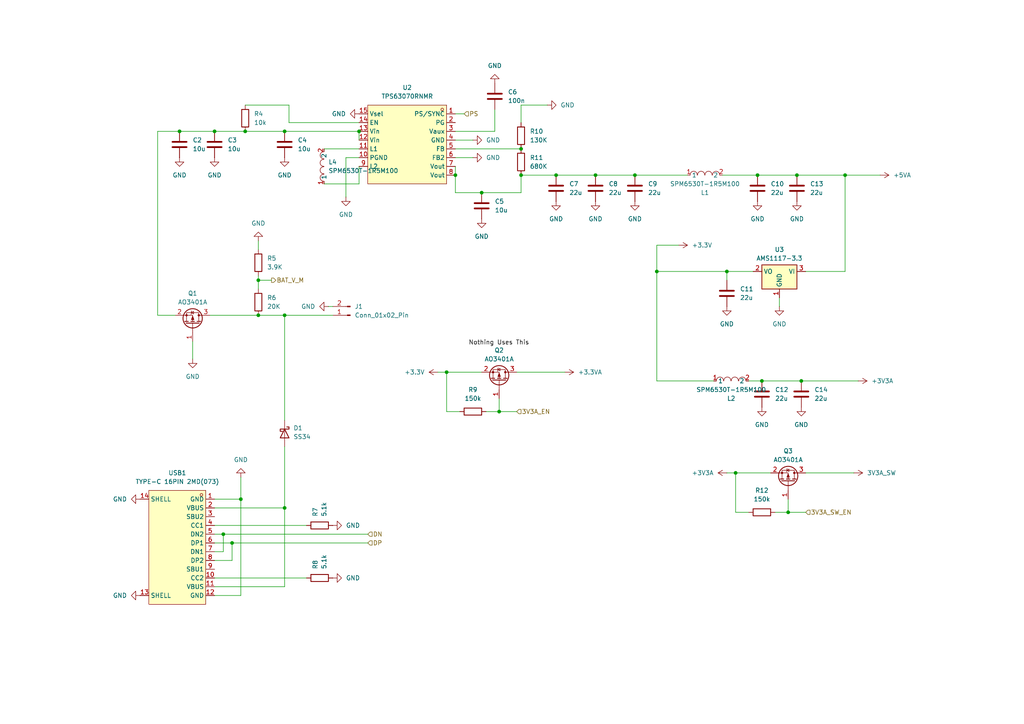
<source format=kicad_sch>
(kicad_sch (version 20231120) (generator "eeschema") (generator_version "8.0")
  (paper "A4")
  (lib_symbols
    (symbol "Connector:Conn_01x02_Pin" (pin_names (offset 1.016) hide)
      (property "Reference" "J" (at 0 2.54 0))
      (property "Value" "Conn_01x02_Pin" (at 0 -5.08 0))
      (symbol "Conn_01x02_Pin_1_1"
        (polyline (pts (xy 1.27 -2.54) (xy 0.8636 -2.54)) (stroke (width 0.1524)))
        (polyline (pts (xy 1.27 0) (xy 0.8636 0)) (stroke (width 0.1524)))
        (rectangle (start 0.8636 -2.413) (end 0 -2.667) (stroke (width 0.1524)) (fill (type outline)))
        (rectangle (start 0.8636 0.127) (end 0 -0.127) (stroke (width 0.1524)) (fill (type outline)))
        (pin passive line (at 5.08 0 180) (length 3.81) (name "Pin_1") (number "1"))
        (pin passive line (at 5.08 -2.54 180) (length 3.81) (name "Pin_2") (number "2"))
      )
    )
    (symbol "Device:C" (pin_numbers hide) (pin_names (offset 0.254))
      (property "Reference" "C" (at 0.635 2.54 0))
      (property "Value" "C" (at 0.635 -2.54 0))
      (symbol "C_0_1"
        (polyline (pts (xy -2.032 -0.762) (xy 2.032 -0.762)) (stroke (width 0.508)))
        (polyline (pts (xy -2.032 0.762) (xy 2.032 0.762)) (stroke (width 0.508)))
      )
      (symbol "C_1_1"
        (pin passive line (at 0 3.81 270) (length 2.794) (name "~") (number "1"))
        (pin passive line (at 0 -3.81 90) (length 2.794) (name "~") (number "2"))
      )
    )
    (symbol "Device:R" (pin_numbers hide) (pin_names (offset 0))
      (property "Reference" "R" (at 2.032 0 90))
      (property "Value" "R" (at 0 0 90))
      (symbol "R_0_1"
        (rectangle (start -1.016 -2.54) (end 1.016 2.54) (stroke (width 0.254)))
      )
      (symbol "R_1_1"
        (pin passive line (at 0 3.81 270) (length 1.27) (name "~") (number "1"))
        (pin passive line (at 0 -3.81 90) (length 1.27) (name "~") (number "2"))
      )
    )
    (symbol "Diode:SS34" (pin_numbers hide) (pin_names (offset 1.016) hide)
      (property "Reference" "D" (at 0 2.54 0))
      (property "Value" "SS34" (at 0 -2.54 0))
      (symbol "SS34_0_1"
        (polyline (pts (xy 1.27 0) (xy -1.27 0)))
        (polyline (pts (xy 1.27 1.27) (xy 1.27 -1.27) (xy -1.27 0) (xy 1.27 1.27)) (stroke (width 0.254)))
        (polyline (pts (xy -1.905 0.635) (xy -1.905 1.27) (xy -1.27 1.27) (xy -1.27 -1.27) (xy -0.635 -1.27) (xy -0.635 -0.635)) (stroke (width 0.254)))
      )
      (symbol "SS34_1_1"
        (pin passive line (at -3.81 0 0) (length 2.54) (name "K") (number "1"))
        (pin passive line (at 3.81 0 180) (length 2.54) (name "A") (number "2"))
      )
    )
    (symbol "Regulator_Linear:AMS1117-3.3"
      (property "Reference" "U" (at -3.81 3.175 0))
      (property "Value" "AMS1117-3.3" (at 0 3.175 0))
      (symbol "AMS1117-3.3_0_1"
        (rectangle (start -5.08 -5.08) (end 5.08 1.905) (stroke (width 0.254)) (fill (type background)))
      )
      (symbol "AMS1117-3.3_1_1"
        (pin power_in line (at 0 -7.62 90) (length 2.54) (name "GND") (number "1"))
        (pin power_out line (at 7.62 0 180) (length 2.54) (name "VO") (number "2"))
        (pin power_in line (at -7.62 0 0) (length 2.54) (name "VI") (number "3"))
      )
    )
    (symbol "Rocketry_Easyeda:SPM6530T-1R5M100"
      (property "Reference" "L" (at 0 5.08 0))
      (property "Value" "SPM6530T-1R5M100" (at 0 -5.08 0))
      (symbol "SPM6530T-1R5M100_0_1"
        (arc (start -4.29 -0.02) (mid -2.52 -0.79) (end -2.27 -0.02))
        (arc (start -2.13 -0.02) (mid -0.36 -0.79) (end -0.11 -0.02))
        (arc (start 0.02 -0.02) (mid 1.79 -0.79) (end 2.04 -0.02))
        (arc (start 2.21 -0.02) (mid 3.3 -1.12) (end 4.23 -0.02))
        (pin unspecified line (at -5.08 0 0) (length 0.762) (name "1") (number "1"))
        (pin unspecified line (at 5.08 0 180) (length 0.762) (name "2") (number "2"))
      )
    )
    (symbol "Rocketry_Easyeda:TPS63070RNMR"
      (property "Reference" "U" (at 0 13.97 0))
      (property "Value" "TPS63070RNMR" (at 0 -13.97 0))
      (symbol "TPS63070RNMR_0_1"
        (rectangle (start -11.43 11.43) (end 11.43 -11.43) (fill (type background)))
        (circle (center -10.16 10.16) (radius 0.38))
        (pin unspecified line (at -13.97 8.89 0) (length 2.54) (name "PS/SYNC") (number "1"))
        (pin unspecified line (at 13.97 -3.81 180) (length 2.54) (name "PGND") (number "10"))
        (pin unspecified line (at 13.97 -1.27 180) (length 2.54) (name "L1") (number "11"))
        (pin unspecified line (at 13.97 1.27 180) (length 2.54) (name "Vin") (number "12"))
        (pin unspecified line (at 13.97 3.81 180) (length 2.54) (name "Vin") (number "13"))
        (pin unspecified line (at 13.97 6.35 180) (length 2.54) (name "EN") (number "14"))
        (pin unspecified line (at 13.97 8.89 180) (length 2.54) (name "Vsel") (number "15"))
        (pin unspecified line (at -13.97 6.35 0) (length 2.54) (name "PG") (number "2"))
        (pin unspecified line (at -13.97 3.81 0) (length 2.54) (name "Vaux") (number "3"))
        (pin unspecified line (at -13.97 1.27 0) (length 2.54) (name "GND") (number "4"))
        (pin unspecified line (at -13.97 -1.27 0) (length 2.54) (name "FB") (number "5"))
        (pin unspecified line (at -13.97 -3.81 0) (length 2.54) (name "FB2") (number "6"))
        (pin unspecified line (at -13.97 -6.35 0) (length 2.54) (name "Vout") (number "7"))
        (pin unspecified line (at -13.97 -8.89 0) (length 2.54) (name "Vout") (number "8"))
        (pin unspecified line (at 13.97 -6.35 180) (length 2.54) (name "L2") (number "9"))
      )
    )
    (symbol "Rocketry_Easyeda:TYPE-C16PIN2MD(073)"
      (property "Reference" "USB" (at 0 19.05 0))
      (property "Value" "TYPE-C 16PIN 2MD(073)" (at 0 -19.05 0))
      (symbol "TYPE-C16PIN2MD(073)_0_1"
        (rectangle (start -8.89 16.51) (end 7.62 -16.51) (fill (type background)))
        (circle (center -7.62 15.24) (radius 0.38))
        (pin unspecified line (at -11.43 13.97 0) (length 2.54) (name "GND") (number "1"))
        (pin unspecified line (at -11.43 -8.89 0) (length 2.54) (name "CC2") (number "10"))
        (pin unspecified line (at -11.43 -11.43 0) (length 2.54) (name "VBUS") (number "11"))
        (pin unspecified line (at -11.43 -13.97 0) (length 2.54) (name "GND") (number "12"))
        (pin unspecified line (at 10.16 -13.97 180) (length 2.54) (name "SHELL") (number "13"))
        (pin unspecified line (at 10.16 13.97 180) (length 2.54) (name "SHELL") (number "14"))
        (pin unspecified line (at -11.43 11.43 0) (length 2.54) (name "VBUS") (number "2"))
        (pin unspecified line (at -11.43 8.89 0) (length 2.54) (name "SBU2") (number "3"))
        (pin unspecified line (at -11.43 6.35 0) (length 2.54) (name "CC1") (number "4"))
        (pin unspecified line (at -11.43 3.81 0) (length 2.54) (name "DN2") (number "5"))
        (pin unspecified line (at -11.43 1.27 0) (length 2.54) (name "DP1") (number "6"))
        (pin unspecified line (at -11.43 -1.27 0) (length 2.54) (name "DN1") (number "7"))
        (pin unspecified line (at -11.43 -3.81 0) (length 2.54) (name "DP2") (number "8"))
        (pin unspecified line (at -11.43 -6.35 0) (length 2.54) (name "SBU1") (number "9"))
      )
    )
    (symbol "Transistor_FET:AO3401A" (pin_names hide)
      (property "Reference" "Q" (at 5.08 1.905 0))
      (property "Value" "AO3401A" (at 5.08 0 0))
      (symbol "AO3401A_0_1"
        (polyline (pts (xy 0.254 0) (xy -2.54 0)))
        (polyline (pts (xy 0.254 1.905) (xy 0.254 -1.905)) (stroke (width 0.254)))
        (polyline (pts (xy 0.762 -1.27) (xy 0.762 -2.286)) (stroke (width 0.254)))
        (polyline (pts (xy 0.762 0.508) (xy 0.762 -0.508)) (stroke (width 0.254)))
        (polyline (pts (xy 0.762 2.286) (xy 0.762 1.27)) (stroke (width 0.254)))
        (polyline (pts (xy 2.54 2.54) (xy 2.54 1.778)))
        (polyline (pts (xy 2.54 -2.54) (xy 2.54 0) (xy 0.762 0)))
        (polyline (pts (xy 0.762 1.778) (xy 3.302 1.778) (xy 3.302 -1.778) (xy 0.762 -1.778)))
        (polyline (pts (xy 2.286 0) (xy 1.27 0.381) (xy 1.27 -0.381) (xy 2.286 0)) (fill (type outline)))
        (polyline (pts (xy 2.794 -0.508) (xy 2.921 -0.381) (xy 3.683 -0.381) (xy 3.81 -0.254)))
        (polyline (pts (xy 3.302 -0.381) (xy 2.921 0.254) (xy 3.683 0.254) (xy 3.302 -0.381)))
        (circle (center 1.651 0) (radius 2.794) (stroke (width 0.254)))
        (circle (center 2.54 -1.778) (radius 0.254) (fill (type outline)))
        (circle (center 2.54 1.778) (radius 0.254) (fill (type outline)))
      )
      (symbol "AO3401A_1_1"
        (pin input line (at -5.08 0 0) (length 2.54) (name "G") (number "1"))
        (pin passive line (at 2.54 -5.08 90) (length 2.54) (name "S") (number "2"))
        (pin passive line (at 2.54 5.08 270) (length 2.54) (name "D") (number "3"))
      )
    )
    (symbol "power:+3.3V" (power) (pin_numbers hide) (pin_names (offset 0) hide)
      (property "Value" "+3.3V" (at 0 3.556 0))
      (symbol "+3.3V_0_1"
        (polyline (pts (xy -0.762 1.27) (xy 0 2.54)))
        (polyline (pts (xy 0 0) (xy 0 2.54)))
        (polyline (pts (xy 0 2.54) (xy 0.762 1.27)))
      )
      (symbol "+3.3V_1_1"
        (pin power_in line (at 0 0 90) (length 0) (name "~") (number "1"))
      )
    )
    (symbol "power:+3.3VA" (power) (pin_numbers hide) (pin_names (offset 0) hide)
      (property "Value" "+3.3VA" (at 0 3.556 0))
      (symbol "+3.3VA_0_1"
        (polyline (pts (xy -0.762 1.27) (xy 0 2.54)))
        (polyline (pts (xy 0 0) (xy 0 2.54)))
        (polyline (pts (xy 0 2.54) (xy 0.762 1.27)))
      )
      (symbol "+3.3VA_1_1"
        (pin power_in line (at 0 0 90) (length 0) (name "~") (number "1"))
      )
    )
    (symbol "power:+5VA" (power) (pin_numbers hide) (pin_names (offset 0) hide)
      (property "Value" "+5VA" (at 0 3.556 0))
      (symbol "+5VA_0_1"
        (polyline (pts (xy -0.762 1.27) (xy 0 2.54)))
        (polyline (pts (xy 0 0) (xy 0 2.54)))
        (polyline (pts (xy 0 2.54) (xy 0.762 1.27)))
      )
      (symbol "+5VA_1_1"
        (pin power_in line (at 0 0 90) (length 0) (name "~") (number "1"))
      )
    )
    (symbol "power:GND" (power) (pin_numbers hide) (pin_names (offset 0) hide)
      (property "Value" "GND" (at 0 -3.81 0))
      (symbol "GND_0_1"
        (polyline (pts (xy 0 0) (xy 0 -1.27) (xy 1.27 -1.27) (xy 0 -2.54) (xy -1.27 -1.27) (xy 0 -1.27)))
      )
      (symbol "GND_1_1"
        (pin power_in line (at 0 0 270) (length 0) (name "~") (number "1"))
      )
    )
  )
  (junction (at 245.11 50.8))
  (junction (at 52.07 38.1))
  (junction (at 228.6 148.59))
  (junction (at 82.55 147.32))
  (junction (at 74.93 91.44))
  (junction (at 82.55 91.44))
  (junction (at 184.15 50.8))
  (junction (at 151.13 50.8))
  (junction (at 67.31 157.48))
  (junction (at 172.72 50.8))
  (junction (at 139.7 55.88))
  (junction (at 129.54 107.95))
  (junction (at 219.71 50.8))
  (junction (at 190.5 78.74))
  (junction (at 213.36 137.16))
  (junction (at 82.55 38.1))
  (junction (at 144.78 119.38))
  (junction (at 74.93 81.28))
  (junction (at 231.14 50.8))
  (junction (at 62.23 38.1))
  (junction (at 132.08 50.8))
  (junction (at 161.29 50.8))
  (junction (at 210.82 78.74))
  (junction (at 232.41 110.49))
  (junction (at 71.12 38.1))
  (junction (at 69.85 144.78))
  (junction (at 220.98 110.49))
  (junction (at 104.14 38.1))
  (junction (at 151.13 43.18))
  (junction (at 64.77 154.94))
  (wire (pts (xy 55.88 99.06) (xy 55.88 104.14)))
  (wire (pts (xy 132.08 55.88) (xy 132.08 50.8)))
  (wire (pts (xy 132.08 38.1) (xy 143.51 38.1)))
  (wire (pts (xy 62.23 157.48) (xy 67.31 157.48)))
  (wire (pts (xy 83.82 35.56) (xy 104.14 35.56)))
  (wire (pts (xy 82.55 91.44) (xy 82.55 121.92)))
  (wire (pts (xy 62.23 172.72) (xy 69.85 172.72)))
  (wire (pts (xy 69.85 144.78) (xy 69.85 172.72)))
  (wire (pts (xy 62.23 154.94) (xy 64.77 154.94)))
  (wire (pts (xy 161.29 50.8) (xy 172.72 50.8)))
  (wire (pts (xy 74.93 81.28) (xy 74.93 83.82)))
  (wire (pts (xy 228.6 148.59) (xy 233.68 148.59)))
  (wire (pts (xy 93.98 43.18) (xy 104.14 43.18)))
  (wire (pts (xy 62.23 170.18) (xy 82.55 170.18)))
  (wire (pts (xy 151.13 55.88) (xy 151.13 50.8)))
  (wire (pts (xy 95.25 88.9) (xy 96.52 88.9)))
  (wire (pts (xy 163.83 107.95) (xy 149.86 107.95)))
  (wire (pts (xy 247.65 137.16) (xy 233.68 137.16)))
  (wire (pts (xy 190.5 78.74) (xy 210.82 78.74)))
  (wire (pts (xy 67.31 157.48) (xy 106.68 157.48)))
  (wire (pts (xy 213.36 137.16) (xy 223.52 137.16)))
  (wire (pts (xy 190.5 110.49) (xy 190.5 78.74)))
  (wire (pts (xy 45.72 91.44) (xy 45.72 38.1)))
  (wire (pts (xy 139.7 55.88) (xy 151.13 55.88)))
  (wire (pts (xy 67.31 157.48) (xy 67.31 162.56)))
  (wire (pts (xy 220.98 110.49) (xy 232.41 110.49)))
  (wire (pts (xy 134.62 33.02) (xy 132.08 33.02)))
  (wire (pts (xy 233.68 78.74) (xy 245.11 78.74)))
  (wire (pts (xy 82.55 129.54) (xy 82.55 147.32)))
  (wire (pts (xy 82.55 91.44) (xy 96.52 91.44)))
  (wire (pts (xy 62.23 152.4) (xy 88.9 152.4)))
  (wire (pts (xy 69.85 144.78) (xy 62.23 144.78)))
  (wire (pts (xy 132.08 40.64) (xy 137.16 40.64)))
  (wire (pts (xy 144.78 119.38) (xy 144.78 115.57)))
  (wire (pts (xy 226.06 88.9) (xy 226.06 86.36)))
  (wire (pts (xy 132.08 45.72) (xy 137.16 45.72)))
  (wire (pts (xy 217.17 148.59) (xy 213.36 148.59)))
  (wire (pts (xy 129.54 107.95) (xy 139.7 107.95)))
  (wire (pts (xy 231.14 50.8) (xy 245.11 50.8)))
  (wire (pts (xy 82.55 38.1) (xy 71.12 38.1)))
  (wire (pts (xy 210.82 137.16) (xy 213.36 137.16)))
  (wire (pts (xy 224.79 148.59) (xy 228.6 148.59)))
  (wire (pts (xy 100.33 57.15) (xy 100.33 45.72)))
  (wire (pts (xy 104.14 38.1) (xy 104.14 40.64)))
  (wire (pts (xy 207.01 110.49) (xy 190.5 110.49)))
  (wire (pts (xy 74.93 81.28) (xy 74.93 80.01)))
  (wire (pts (xy 74.93 69.85) (xy 74.93 72.39)))
  (wire (pts (xy 100.33 45.72) (xy 104.14 45.72)))
  (wire (pts (xy 132.08 48.26) (xy 132.08 50.8)))
  (wire (pts (xy 143.51 38.1) (xy 143.51 31.75)))
  (wire (pts (xy 71.12 38.1) (xy 62.23 38.1)))
  (wire (pts (xy 209.55 50.8) (xy 219.71 50.8)))
  (wire (pts (xy 151.13 50.8) (xy 161.29 50.8)))
  (wire (pts (xy 74.93 81.28) (xy 78.74 81.28)))
  (wire (pts (xy 158.75 30.48) (xy 151.13 30.48)))
  (wire (pts (xy 62.23 162.56) (xy 67.31 162.56)))
  (wire (pts (xy 64.77 154.94) (xy 106.68 154.94)))
  (wire (pts (xy 232.41 110.49) (xy 248.92 110.49)))
  (wire (pts (xy 64.77 154.94) (xy 64.77 160.02)))
  (wire (pts (xy 74.93 91.44) (xy 82.55 91.44)))
  (wire (pts (xy 64.77 160.02) (xy 62.23 160.02)))
  (wire (pts (xy 45.72 38.1) (xy 52.07 38.1)))
  (wire (pts (xy 213.36 148.59) (xy 213.36 137.16)))
  (wire (pts (xy 62.23 38.1) (xy 52.07 38.1)))
  (wire (pts (xy 190.5 71.12) (xy 190.5 78.74)))
  (wire (pts (xy 245.11 50.8) (xy 255.27 50.8)))
  (wire (pts (xy 83.82 30.48) (xy 83.82 35.56)))
  (wire (pts (xy 210.82 81.28) (xy 210.82 78.74)))
  (wire (pts (xy 104.14 48.26) (xy 104.14 53.34)))
  (wire (pts (xy 69.85 138.43) (xy 69.85 144.78)))
  (wire (pts (xy 127 107.95) (xy 129.54 107.95)))
  (wire (pts (xy 228.6 148.59) (xy 228.6 144.78)))
  (wire (pts (xy 190.5 71.12) (xy 196.85 71.12)))
  (wire (pts (xy 245.11 78.74) (xy 245.11 50.8)))
  (wire (pts (xy 172.72 50.8) (xy 184.15 50.8)))
  (wire (pts (xy 133.35 119.38) (xy 129.54 119.38)))
  (wire (pts (xy 45.72 91.44) (xy 50.8 91.44)))
  (wire (pts (xy 144.78 119.38) (xy 149.86 119.38)))
  (wire (pts (xy 129.54 119.38) (xy 129.54 107.95)))
  (wire (pts (xy 71.12 30.48) (xy 83.82 30.48)))
  (wire (pts (xy 184.15 50.8) (xy 199.39 50.8)))
  (wire (pts (xy 132.08 43.18) (xy 151.13 43.18)))
  (wire (pts (xy 62.23 167.64) (xy 88.9 167.64)))
  (wire (pts (xy 82.55 38.1) (xy 104.14 38.1)))
  (wire (pts (xy 132.08 55.88) (xy 139.7 55.88)))
  (wire (pts (xy 151.13 30.48) (xy 151.13 35.56)))
  (wire (pts (xy 82.55 170.18) (xy 82.55 147.32)))
  (wire (pts (xy 217.17 110.49) (xy 220.98 110.49)))
  (wire (pts (xy 219.71 50.8) (xy 231.14 50.8)))
  (wire (pts (xy 104.14 53.34) (xy 93.98 53.34)))
  (wire (pts (xy 210.82 78.74) (xy 218.44 78.74)))
  (wire (pts (xy 140.97 119.38) (xy 144.78 119.38)))
  (wire (pts (xy 62.23 147.32) (xy 82.55 147.32)))
  (wire (pts (xy 60.96 91.44) (xy 74.93 91.44)))
  (label "Nothing Uses This " (at 135.89 100.33 0))
  (hierarchical_label "PS" (shape input) (at 134.62 33.02 0))
  (hierarchical_label "DN" (shape input) (at 106.68 154.94 0))
  (hierarchical_label "DP" (shape input) (at 106.68 157.48 0))
  (hierarchical_label "3V3A_EN" (shape input) (at 149.86 119.38 0))
  (hierarchical_label "BAT_V_M" (shape output) (at 78.74 81.28 0))
  (hierarchical_label "3V3A_SW_EN" (shape input) (at 233.68 148.59 0))
  (symbol (lib_id "power:GND") (at 74.93 69.85 180) (unit 1)
    (property "Reference" "#PWR013" (effects (hide yes)))
    (property "Value" "GND" (at 74.93 64.77 0))
    (property "Description" "Power symbol creates a global label with name \"GND\" , ground" (effects (hide yes)))
  )
  (symbol (lib_id "power:GND") (at 62.23 45.72 0) (unit 1)
    (property "Reference" "#PWR011" (effects (hide yes)))
    (property "Value" "GND" (at 62.23 50.8 0))
    (property "Description" "Power symbol creates a global label with name \"GND\" , ground" (effects (hide yes)))
  )
  (symbol (lib_id "power:+3.3VA") (at 247.65 137.16 270) (unit 1)
    (property "Reference" "#PWR039" (effects (hide yes)))
    (property "Value" "3V3A_SW" (at 251.46 137.1599 90) (effects (justify left)))
    (property "Description" "Power symbol creates a global label with name \"+3.3VA\"" (effects (hide yes)))
  )
  (symbol (lib_id "Transistor_FET:AO3401A") (at 55.88 93.98 270) (mirror x) (unit 1)
    (property "Reference" "Q1" (at 55.88 85.09 90))
    (property "Value" "AO3401A" (at 55.88 87.63 90))
    (property "Footprint" "Package_TO_SOT_SMD:SOT-23" (effects (hide yes)))
    (property "Datasheet" "http://www.aosmd.com/pdfs/datasheet/AO3401A.pdf" (effects (hide yes)))
    (property "Description" "-4.0A Id, -30V Vds, P-Channel MOSFET, SOT-23" (effects (hide yes)))
  )
  (symbol (lib_id "power:GND") (at 161.29 58.42 0) (unit 1)
    (property "Reference" "#PWR026" (effects (hide yes)))
    (property "Value" "GND" (at 161.29 63.5 0))
    (property "Description" "Power symbol creates a global label with name \"GND\" , ground" (effects (hide yes)))
  )
  (symbol (lib_id "power:+3.3VA") (at 163.83 107.95 270) (unit 1)
    (property "Reference" "#PWR027" (effects (hide yes)))
    (property "Value" "+3.3VA" (at 167.64 107.9499 90) (effects (justify left)))
    (property "Description" "Power symbol creates a global label with name \"+3.3VA\"" (effects (hide yes)))
  )
  (symbol (lib_id "Device:R") (at 71.12 34.29 0) (unit 1)
    (property "Reference" "R4" (at 73.66 33.0199 0) (effects (justify left)))
    (property "Value" "10k" (at 73.66 35.5599 0) (effects (justify left)))
    (property "Footprint" "Resistor_SMD:R_0402_1005Metric" (effects (hide yes)))
    (property "Description" "Resistor" (effects (hide yes)))
  )
  (symbol (lib_id "power:GND") (at 158.75 30.48 90) (unit 1)
    (property "Reference" "#PWR025" (effects (hide yes)))
    (property "Value" "GND" (at 162.56 30.4799 90) (effects (justify right)))
    (property "Description" "Power symbol creates a global label with name \"GND\" , ground" (effects (hide yes)))
  )
  (symbol (lib_id "Device:R") (at 151.13 46.99 0) (unit 1)
    (property "Reference" "R11" (at 153.67 45.7199 0) (effects (justify left)))
    (property "Value" "680K" (at 153.67 48.2599 0) (effects (justify left)))
    (property "Footprint" "Resistor_SMD:R_0402_1005Metric" (effects (hide yes)))
    (property "Description" "Resistor" (effects (hide yes)))
  )
  (symbol (lib_id "Device:C") (at 220.98 114.3 180) (unit 1)
    (property "Reference" "C12" (at 224.79 113.03 0) (effects (justify right)))
    (property "Value" "22u" (at 224.79 115.57 0) (effects (justify right)))
    (property "Footprint" "Capacitor_SMD:C_0603_1608Metric" (effects (hide yes)))
    (property "Description" "Unpolarized capacitor" (effects (hide yes)))
  )
  (symbol (lib_id "Device:C") (at 82.55 41.91 180) (unit 1)
    (property "Reference" "C4" (at 86.36 40.64 0) (effects (justify right)))
    (property "Value" "10u" (at 86.36 43.18 0) (effects (justify right)))
    (property "Footprint" "Capacitor_SMD:C_0603_1608Metric" (effects (hide yes)))
    (property "Description" "Unpolarized capacitor" (effects (hide yes)))
  )
  (symbol (lib_id "Device:R") (at 92.71 152.4 270) (unit 1)
    (property "Reference" "R7" (at 91.4399 149.86 0) (effects (justify right)))
    (property "Value" "5.1k" (at 93.9799 149.86 0) (effects (justify right)))
    (property "Footprint" "Resistor_SMD:R_0402_1005Metric" (effects (hide yes)))
    (property "Description" "Resistor" (effects (hide yes)))
  )
  (symbol (lib_id "power:+3.3V") (at 210.82 137.16 90) (unit 1)
    (property "Reference" "#PWR033" (effects (hide yes)))
    (property "Value" "+3V3A" (at 207.01 137.1599 90) (effects (justify left)))
    (property "Description" "Power symbol creates a global label with name \"+3.3V\"" (effects (hide yes)))
  )
  (symbol (lib_id "power:GND") (at 232.41 118.11 0) (unit 1)
    (property "Reference" "#PWR037" (effects (hide yes)))
    (property "Value" "GND" (at 232.41 123.19 0))
    (property "Description" "Power symbol creates a global label with name \"GND\" , ground" (effects (hide yes)))
  )
  (symbol (lib_id "power:GND") (at 55.88 104.14 0) (unit 1)
    (property "Reference" "#PWR010" (effects (hide yes)))
    (property "Value" "GND" (at 55.88 109.22 0))
    (property "Description" "Power symbol creates a global label with name \"GND\" , ground" (effects (hide yes)))
  )
  (symbol (lib_id "power:GND") (at 139.7 63.5 0) (unit 1)
    (property "Reference" "#PWR023" (effects (hide yes)))
    (property "Value" "GND" (at 139.7 68.58 0))
    (property "Description" "Power symbol creates a global label with name \"GND\" , ground" (effects (hide yes)))
  )
  (symbol (lib_id "Device:C") (at 143.51 27.94 180) (unit 1)
    (property "Reference" "C6" (at 147.32 26.67 0) (effects (justify right)))
    (property "Value" "100n" (at 147.32 29.21 0) (effects (justify right)))
    (property "Footprint" "Capacitor_SMD:C_0402_1005Metric" (effects (hide yes)))
    (property "Description" "Unpolarized capacitor" (effects (hide yes)))
  )
  (symbol (lib_id "power:GND") (at 231.14 58.42 0) (unit 1)
    (property "Reference" "#PWR035" (effects (hide yes)))
    (property "Value" "GND" (at 231.14 63.5 0))
    (property "Description" "Power symbol creates a global label with name \"GND\" , ground" (effects (hide yes)))
  )
  (symbol (lib_id "Transistor_FET:AO3401A") (at 144.78 110.49 270) (mirror x) (unit 1)
    (property "Reference" "Q2" (at 144.78 101.6 90))
    (property "Value" "AO3401A" (at 144.78 104.14 90))
    (property "Footprint" "Package_TO_SOT_SMD:SOT-23" (effects (hide yes)))
    (property "Datasheet" "http://www.aosmd.com/pdfs/datasheet/AO3401A.pdf" (effects (hide yes)))
    (property "Description" "-4.0A Id, -30V Vds, P-Channel MOSFET, SOT-23" (effects (hide yes)))
  )
  (symbol (lib_id "Device:C") (at 232.41 114.3 180) (unit 1)
    (property "Reference" "C14" (at 236.22 113.03 0) (effects (justify right)))
    (property "Value" "22u" (at 236.22 115.57 0) (effects (justify right)))
    (property "Footprint" "Capacitor_SMD:C_0603_1608Metric" (effects (hide yes)))
    (property "Description" "Unpolarized capacitor" (effects (hide yes)))
  )
  (symbol (lib_id "Rocketry_Easyeda:SPM6530T-1R5M100") (at 212.09 110.49 0) (mirror x) (unit 1)
    (property "Reference" "L2" (at 212.09 115.57 0))
    (property "Value" "SPM6530T-1R5M100" (at 212.09 113.03 0))
    (property "Footprint" "Rocketry_Easyeda:IND-SMD_L7.1-W6.5-P5.60" (effects (hide yes)))
    (property "Datasheet" "https://lcsc.com/product-detail/Power-Inductors_TDK_SPM6530T-1R5M100_1-5uH-20_C76854.html" (effects (hide yes)))
    (property "LCSC Part" "C76854" (effects (hide yes)))
  )
  (symbol (lib_id "power:GND") (at 40.64 172.72 270) (unit 1)
    (property "Reference" "#PWR08" (effects (hide yes)))
    (property "Value" "GND" (at 36.83 172.7199 90) (effects (justify right)))
    (property "Description" "Power symbol creates a global label with name \"GND\" , ground" (effects (hide yes)))
  )
  (symbol (lib_id "power:+3.3V") (at 196.85 71.12 270) (unit 1)
    (property "Reference" "#PWR030" (effects (hide yes)))
    (property "Value" "+3.3V" (at 200.66 71.1201 90) (effects (justify left)))
    (property "Description" "Power symbol creates a global label with name \"+3.3V\"" (effects (hide yes)))
  )
  (symbol (lib_id "power:GND") (at 210.82 88.9 0) (unit 1)
    (property "Reference" "#PWR032" (effects (hide yes)))
    (property "Value" "GND" (at 210.82 93.98 0))
    (property "Description" "Power symbol creates a global label with name \"GND\" , ground" (effects (hide yes)))
  )
  (symbol (lib_id "Device:C") (at 172.72 54.61 180) (unit 1)
    (property "Reference" "C8" (at 176.53 53.34 0) (effects (justify right)))
    (property "Value" "22u" (at 176.53 55.88 0) (effects (justify right)))
    (property "Footprint" "Capacitor_SMD:C_0603_1608Metric" (effects (hide yes)))
    (property "Description" "Unpolarized capacitor" (effects (hide yes)))
  )
  (symbol (lib_id "power:GND") (at 184.15 58.42 0) (unit 1)
    (property "Reference" "#PWR029" (effects (hide yes)))
    (property "Value" "GND" (at 184.15 63.5 0))
    (property "Description" "Power symbol creates a global label with name \"GND\" , ground" (effects (hide yes)))
  )
  (symbol (lib_id "Device:C") (at 139.7 59.69 180) (unit 1)
    (property "Reference" "C5" (at 143.51 58.42 0) (effects (justify right)))
    (property "Value" "10u" (at 143.51 60.96 0) (effects (justify right)))
    (property "Footprint" "Capacitor_SMD:C_0603_1608Metric" (effects (hide yes)))
    (property "Description" "Unpolarized capacitor" (effects (hide yes)))
  )
  (symbol (lib_id "Device:R") (at 151.13 39.37 0) (unit 1)
    (property "Reference" "R10" (at 153.67 38.0999 0) (effects (justify left)))
    (property "Value" "130K" (at 153.67 40.6399 0) (effects (justify left)))
    (property "Footprint" "Resistor_SMD:R_0603_1608Metric" (effects (hide yes)))
    (property "Description" "Resistor" (effects (hide yes)))
  )
  (symbol (lib_id "Device:R") (at 92.71 167.64 270) (unit 1)
    (property "Reference" "R8" (at 91.4399 165.1 0) (effects (justify right)))
    (property "Value" "5.1k" (at 93.9799 165.1 0) (effects (justify right)))
    (property "Footprint" "Resistor_SMD:R_0402_1005Metric" (effects (hide yes)))
    (property "Description" "Resistor" (effects (hide yes)))
  )
  (symbol (lib_id "Device:C") (at 161.29 54.61 180) (unit 1)
    (property "Reference" "C7" (at 165.1 53.34 0) (effects (justify right)))
    (property "Value" "22u" (at 165.1 55.88 0) (effects (justify right)))
    (property "Footprint" "Capacitor_SMD:C_0603_1608Metric" (effects (hide yes)))
    (property "Description" "Unpolarized capacitor" (effects (hide yes)))
  )
  (symbol (lib_id "Transistor_FET:AO3401A") (at 228.6 139.7 270) (mirror x) (unit 1)
    (property "Reference" "Q3" (at 228.6 130.81 90))
    (property "Value" "AO3401A" (at 228.6 133.35 90))
    (property "Footprint" "Package_TO_SOT_SMD:SOT-23" (effects (hide yes)))
    (property "Datasheet" "http://www.aosmd.com/pdfs/datasheet/AO3401A.pdf" (effects (hide yes)))
    (property "Description" "-4.0A Id, -30V Vds, P-Channel MOSFET, SOT-23" (effects (hide yes)))
  )
  (symbol (lib_id "power:GND") (at 219.71 58.42 0) (unit 1)
    (property "Reference" "#PWR031" (effects (hide yes)))
    (property "Value" "GND" (at 219.71 63.5 0))
    (property "Description" "Power symbol creates a global label with name \"GND\" , ground" (effects (hide yes)))
  )
  (symbol (lib_id "power:+5VA") (at 255.27 50.8 270) (unit 1)
    (property "Reference" "#PWR041" (effects (hide yes)))
    (property "Value" "+5VA" (at 259.08 50.7999 90) (effects (justify left)))
    (property "Description" "Power symbol creates a global label with name \"+5VA\"" (effects (hide yes)))
  )
  (symbol (lib_id "Device:C") (at 231.14 54.61 180) (unit 1)
    (property "Reference" "C13" (at 234.95 53.34 0) (effects (justify right)))
    (property "Value" "22u" (at 234.95 55.88 0) (effects (justify right)))
    (property "Footprint" "Capacitor_SMD:C_0603_1608Metric" (effects (hide yes)))
    (property "Description" "Unpolarized capacitor" (effects (hide yes)))
  )
  (symbol (lib_id "power:GND") (at 95.25 88.9 270) (unit 1)
    (property "Reference" "#PWR015" (effects (hide yes)))
    (property "Value" "GND" (at 91.44 88.8999 90) (effects (justify right)))
    (property "Description" "Power symbol creates a global label with name \"GND\" , ground" (effects (hide yes)))
  )
  (symbol (lib_id "Device:C") (at 62.23 41.91 180) (unit 1)
    (property "Reference" "C3" (at 66.04 40.64 0) (effects (justify right)))
    (property "Value" "10u" (at 66.04 43.18 0) (effects (justify right)))
    (property "Footprint" "Capacitor_SMD:C_0603_1608Metric" (effects (hide yes)))
    (property "Description" "Unpolarized capacitor" (effects (hide yes)))
  )
  (symbol (lib_id "Device:C") (at 184.15 54.61 180) (unit 1)
    (property "Reference" "C9" (at 187.96 53.34 0) (effects (justify right)))
    (property "Value" "22u" (at 187.96 55.88 0) (effects (justify right)))
    (property "Footprint" "Capacitor_SMD:C_0603_1608Metric" (effects (hide yes)))
    (property "Description" "Unpolarized capacitor" (effects (hide yes)))
  )
  (symbol (lib_id "power:GND") (at 82.55 45.72 0) (unit 1)
    (property "Reference" "#PWR014" (effects (hide yes)))
    (property "Value" "GND" (at 82.55 50.8 0))
    (property "Description" "Power symbol creates a global label with name \"GND\" , ground" (effects (hide yes)))
  )
  (symbol (lib_id "Device:R") (at 220.98 148.59 90) (unit 1)
    (property "Reference" "R12" (at 220.98 142.24 90))
    (property "Value" "150k" (at 220.98 144.78 90))
    (property "Footprint" "Resistor_SMD:R_0603_1608Metric" (effects (hide yes)))
    (property "Description" "Resistor" (effects (hide yes)))
  )
  (symbol (lib_id "Connector:Conn_01x02_Pin") (at 101.6 91.44 180) (unit 1)
    (property "Reference" "J1" (at 102.87 88.8999 0) (effects (justify right)))
    (property "Value" "Conn_01x02_Pin" (at 102.87 91.4399 0) (effects (justify right)))
    (property "Footprint" "Rocketry_Manual:1054301102" (effects (hide yes)))
    (property "Description" "Generic connector, single row, 01x02, script generated" (effects (hide yes)))
  )
  (symbol (lib_id "Rocketry_Easyeda:TPS63070RNMR") (at 118.11 41.91 0) (mirror y) (unit 1)
    (property "Reference" "U2" (at 118.11 25.4 0))
    (property "Value" "TPS63070RNMR" (at 118.11 27.94 0))
    (property "Footprint" "Rocketry_Easyeda:VQFN-HR-15_L3.0-W2.5-P0.50-BL_TPS63070RNMR" (effects (hide yes)))
    (property "Datasheet" "https://lcsc.com/product-detail/DC-DC-Converters_TI_TPS63070RNMR_TPS63070RNMR_C109322.html" (effects (hide yes)))
    (property "LCSC Part" "C109322" (effects (hide yes)))
  )
  (symbol (lib_id "power:GND") (at 137.16 45.72 90) (unit 1)
    (property "Reference" "#PWR022" (effects (hide yes)))
    (property "Value" "GND" (at 140.97 45.7199 90) (effects (justify right)))
    (property "Description" "Power symbol creates a global label with name \"GND\" , ground" (effects (hide yes)))
  )
  (symbol (lib_id "Device:C") (at 210.82 85.09 180) (unit 1)
    (property "Reference" "C11" (at 214.63 83.82 0) (effects (justify right)))
    (property "Value" "22u" (at 214.63 86.36 0) (effects (justify right)))
    (property "Footprint" "Capacitor_SMD:C_0603_1608Metric" (effects (hide yes)))
    (property "Description" "Unpolarized capacitor" (effects (hide yes)))
  )
  (symbol (lib_id "Device:R") (at 137.16 119.38 90) (unit 1)
    (property "Reference" "R9" (at 137.16 113.03 90))
    (property "Value" "150k" (at 137.16 115.57 90))
    (property "Footprint" "Resistor_SMD:R_0603_1608Metric" (effects (hide yes)))
    (property "Description" "Resistor" (effects (hide yes)))
  )
  (symbol (lib_id "power:GND") (at 96.52 167.64 90) (unit 1)
    (property "Reference" "#PWR017" (effects (hide yes)))
    (property "Value" "GND" (at 100.33 167.6399 90) (effects (justify right)))
    (property "Description" "Power symbol creates a global label with name \"GND\" , ground" (effects (hide yes)))
  )
  (symbol (lib_id "Device:C") (at 219.71 54.61 180) (unit 1)
    (property "Reference" "C10" (at 223.52 53.34 0) (effects (justify right)))
    (property "Value" "22u" (at 223.52 55.88 0) (effects (justify right)))
    (property "Footprint" "Capacitor_SMD:C_0603_1608Metric" (effects (hide yes)))
    (property "Description" "Unpolarized capacitor" (effects (hide yes)))
  )
  (symbol (lib_id "Device:R") (at 74.93 87.63 0) (unit 1)
    (property "Reference" "R6" (at 77.47 86.36 0) (effects (justify left)))
    (property "Value" "20K" (at 77.47 88.9 0) (effects (justify left)))
    (property "Footprint" "Resistor_SMD:R_0402_1005Metric" (effects (hide yes)))
    (property "Description" "Resistor" (effects (hide yes)))
  )
  (symbol (lib_id "Rocketry_Easyeda:TYPE-C16PIN2MD(073)") (at 50.8 158.75 0) (mirror y) (unit 1)
    (property "Reference" "USB1" (at 51.435 137.16 0))
    (property "Value" "TYPE-C 16PIN 2MD(073)" (at 51.435 139.7 0))
    (property "Footprint" "Rocketry_Easyeda:USB-C-SMD_TYPE-C-6PIN-2MD-073" (effects (hide yes)))
    (property "LCSC Part" "C2765186" (effects (hide yes)))
  )
  (symbol (lib_id "power:GND") (at 52.07 45.72 0) (unit 1)
    (property "Reference" "#PWR09" (effects (hide yes)))
    (property "Value" "GND" (at 52.07 50.8 0))
    (property "Description" "Power symbol creates a global label with name \"GND\" , ground" (effects (hide yes)))
  )
  (symbol (lib_id "power:GND") (at 40.64 144.78 270) (unit 1)
    (property "Reference" "#PWR07" (effects (hide yes)))
    (property "Value" "GND" (at 36.83 144.7799 90) (effects (justify right)))
    (property "Description" "Power symbol creates a global label with name \"GND\" , ground" (effects (hide yes)))
  )
  (symbol (lib_id "power:GND") (at 69.85 138.43 180) (unit 1)
    (property "Reference" "#PWR012" (effects (hide yes)))
    (property "Value" "GND" (at 69.85 133.35 0))
    (property "Description" "Power symbol creates a global label with name \"GND\" , ground" (effects (hide yes)))
  )
  (symbol (lib_id "power:GND") (at 143.51 24.13 180) (unit 1)
    (property "Reference" "#PWR024" (effects (hide yes)))
    (property "Value" "GND" (at 143.51 19.05 0))
    (property "Description" "Power symbol creates a global label with name \"GND\" , ground" (effects (hide yes)))
  )
  (symbol (lib_id "Rocketry_Easyeda:SPM6530T-1R5M100") (at 93.98 48.26 270) (mirror x) (unit 1)
    (property "Reference" "L4" (at 95.25 46.9899 90) (effects (justify left)))
    (property "Value" "SPM6530T-1R5M100" (at 95.25 49.5299 90) (effects (justify left)))
    (property "Footprint" "Rocketry_Easyeda:IND-SMD_L7.1-W6.5-P5.60" (effects (hide yes)))
    (property "Datasheet" "https://lcsc.com/product-detail/Power-Inductors_TDK_SPM6530T-1R5M100_1-5uH-20_C76854.html" (effects (hide yes)))
    (property "LCSC Part" "C76854" (effects (hide yes)))
  )
  (symbol (lib_id "power:+3.3VA") (at 248.92 110.49 270) (unit 1)
    (property "Reference" "#PWR040" (effects (hide yes)))
    (property "Value" "+3V3A" (at 252.73 110.4899 90) (effects (justify left)))
    (property "Description" "Power symbol creates a global label with name \"+3.3VA\"" (effects (hide yes)))
  )
  (symbol (lib_id "Diode:SS34") (at 82.55 125.73 270) (unit 1)
    (property "Reference" "D1" (at 85.09 124.1424 90) (effects (justify left)))
    (property "Value" "SS34" (at 85.09 126.6824 90) (effects (justify left)))
    (property "Footprint" "Diode_SMD:D_SMA" (effects (hide yes)))
    (property "Datasheet" "https://www.vishay.com/docs/88751/ss32.pdf" (effects (hide yes)))
    (property "Description" "40V 3A Schottky Diode, SMA" (effects (hide yes)))
  )
  (symbol (lib_id "power:GND") (at 100.33 57.15 0) (unit 1)
    (property "Reference" "#PWR018" (effects (hide yes)))
    (property "Value" "GND" (at 100.33 62.23 0))
    (property "Description" "Power symbol creates a global label with name \"GND\" , ground" (effects (hide yes)))
  )
  (symbol (lib_id "power:GND") (at 226.06 88.9 0) (unit 1)
    (property "Reference" "#PWR036" (effects (hide yes)))
    (property "Value" "GND" (at 226.06 93.98 0))
    (property "Description" "Power symbol creates a global label with name \"GND\" , ground" (effects (hide yes)))
  )
  (symbol (lib_id "power:GND") (at 172.72 58.42 0) (unit 1)
    (property "Reference" "#PWR028" (effects (hide yes)))
    (property "Value" "GND" (at 172.72 63.5 0))
    (property "Description" "Power symbol creates a global label with name \"GND\" , ground" (effects (hide yes)))
  )
  (symbol (lib_id "power:+3.3V") (at 127 107.95 90) (unit 1)
    (property "Reference" "#PWR020" (effects (hide yes)))
    (property "Value" "+3.3V" (at 123.19 107.9499 90) (effects (justify left)))
    (property "Description" "Power symbol creates a global label with name \"+3.3V\"" (effects (hide yes)))
  )
  (symbol (lib_id "power:GND") (at 137.16 40.64 90) (unit 1)
    (property "Reference" "#PWR021" (effects (hide yes)))
    (property "Value" "GND" (at 140.97 40.6399 90) (effects (justify right)))
    (property "Description" "Power symbol creates a global label with name \"GND\" , ground" (effects (hide yes)))
  )
  (symbol (lib_id "Device:R") (at 74.93 76.2 0) (unit 1)
    (property "Reference" "R5" (at 77.47 74.93 0) (effects (justify left)))
    (property "Value" "3.9K" (at 77.47 77.47 0) (effects (justify left)))
    (property "Footprint" "Resistor_SMD:R_0603_1608Metric" (effects (hide yes)))
    (property "Description" "Resistor" (effects (hide yes)))
  )
  (symbol (lib_id "power:GND") (at 220.98 118.11 0) (unit 1)
    (property "Reference" "#PWR034" (effects (hide yes)))
    (property "Value" "GND" (at 220.98 123.19 0))
    (property "Description" "Power symbol creates a global label with name \"GND\" , ground" (effects (hide yes)))
  )
  (symbol (lib_id "Rocketry_Easyeda:SPM6530T-1R5M100") (at 204.47 50.8 0) (mirror x) (unit 1)
    (property "Reference" "L1" (at 204.47 55.88 0))
    (property "Value" "SPM6530T-1R5M100" (at 204.47 53.34 0))
    (property "Footprint" "Rocketry_Easyeda:IND-SMD_L7.1-W6.5-P5.60" (effects (hide yes)))
    (property "Datasheet" "https://lcsc.com/product-detail/Power-Inductors_TDK_SPM6530T-1R5M100_1-5uH-20_C76854.html" (effects (hide yes)))
    (property "LCSC Part" "C76854" (effects (hide yes)))
  )
  (symbol (lib_id "Regulator_Linear:AMS1117-3.3") (at 226.06 78.74 0) (mirror y) (unit 1)
    (property "Reference" "U3" (at 226.06 72.39 0))
    (property "Value" "AMS1117-3.3" (at 226.06 74.93 0))
    (property "Footprint" "Package_TO_SOT_SMD:SOT-223-3_TabPin2" (effects (hide yes)))
    (property "Datasheet" "http://www.advanced-monolithic.com/pdf/ds1117.pdf" (effects (hide yes)))
    (property "Description" "1A Low Dropout regulator, positive, 3.3V fixed output, SOT-223" (effects (hide yes)))
  )
  (symbol (lib_id "power:GND") (at 104.14 33.02 270) (unit 1)
    (property "Reference" "#PWR019" (effects (hide yes)))
    (property "Value" "GND" (at 100.33 33.0199 90) (effects (justify right)))
    (property "Description" "Power symbol creates a global label with name \"GND\" , ground" (effects (hide yes)))
  )
  (symbol (lib_id "Device:C") (at 52.07 41.91 180) (unit 1)
    (property "Reference" "C2" (at 55.88 40.64 0) (effects (justify right)))
    (property "Value" "10u" (at 55.88 43.18 0) (effects (justify right)))
    (property "Footprint" "Capacitor_SMD:C_0603_1608Metric" (effects (hide yes)))
    (property "Description" "Unpolarized capacitor" (effects (hide yes)))
  )
  (symbol (lib_id "power:GND") (at 96.52 152.4 90) (unit 1)
    (property "Reference" "#PWR016" (effects (hide yes)))
    (property "Value" "GND" (at 100.33 152.3999 90) (effects (justify right)))
    (property "Description" "Power symbol creates a global label with name \"GND\" , ground" (effects (hide yes)))
  )
)
</source>
